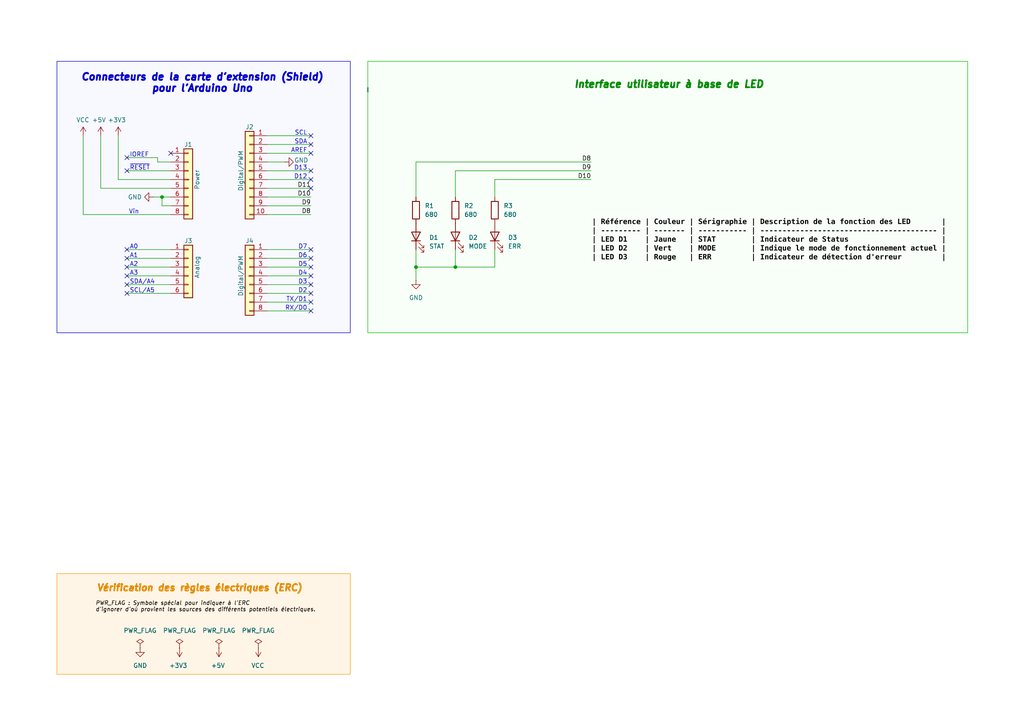
<source format=kicad_sch>
(kicad_sch (version 20250114) (generator "eeschema") (generator_version "9.0")
  (paper "A4")
  (title_block (title "KiCad Shield UNO 4 LED") (date "2024-09-01") (rev "1.0.0") (company "CNRS - Réseau des Electroniciens et Instrumentalistes (RdE)") (comment 1 "Arnauld BIGANZOLI <biganzoli@laplace.univ-tlse.fr>") (comment 2 "Opérateur CAO :") (comment 4 "Réalisation d'une shield 4 LED pour Arduino Uno"))
  (lib_symbols
    (symbol "Connector_Generic:Conn_01x06" (pin_names (offset 1.016) (hide yes))
      (property "Reference" "J" (at 0 7.62 0))
      (property "Value" "Conn_01x06" (at 0 -10.16 0))
      (symbol "Conn_01x06_1_1"
        (rectangle (start -1.27 6.35) (end 1.27 -8.89) (stroke (width 0.254)) (fill (type background)))
        (rectangle (start -1.27 5.207) (end 0 4.953) (stroke (width 0.1524)))
        (rectangle (start -1.27 2.667) (end 0 2.413) (stroke (width 0.1524)))
        (rectangle (start -1.27 0.127) (end 0 -0.127) (stroke (width 0.1524)))
        (rectangle (start -1.27 -2.413) (end 0 -2.667) (stroke (width 0.1524)))
        (rectangle (start -1.27 -4.953) (end 0 -5.207) (stroke (width 0.1524)))
        (rectangle (start -1.27 -7.493) (end 0 -7.747) (stroke (width 0.1524)))
        (pin passive line (at -5.08 5.08 0) (length 3.81) (name "Pin_1") (number "1"))
        (pin passive line (at -5.08 2.54 0) (length 3.81) (name "Pin_2") (number "2"))
        (pin passive line (at -5.08 0 0) (length 3.81) (name "Pin_3") (number "3"))
        (pin passive line (at -5.08 -2.54 0) (length 3.81) (name "Pin_4") (number "4"))
        (pin passive line (at -5.08 -5.08 0) (length 3.81) (name "Pin_5") (number "5"))
        (pin passive line (at -5.08 -7.62 0) (length 3.81) (name "Pin_6") (number "6"))
      )
    )
    (symbol "Connector_Generic:Conn_01x08" (pin_names (offset 1.016) (hide yes))
      (property "Reference" "J" (at 0 10.16 0))
      (property "Value" "Conn_01x08" (at 0 -12.7 0))
      (symbol "Conn_01x08_1_1"
        (rectangle (start -1.27 8.89) (end 1.27 -11.43) (stroke (width 0.254)) (fill (type background)))
        (rectangle (start -1.27 7.747) (end 0 7.493) (stroke (width 0.1524)))
        (rectangle (start -1.27 5.207) (end 0 4.953) (stroke (width 0.1524)))
        (rectangle (start -1.27 2.667) (end 0 2.413) (stroke (width 0.1524)))
        (rectangle (start -1.27 0.127) (end 0 -0.127) (stroke (width 0.1524)))
        (rectangle (start -1.27 -2.413) (end 0 -2.667) (stroke (width 0.1524)))
        (rectangle (start -1.27 -4.953) (end 0 -5.207) (stroke (width 0.1524)))
        (rectangle (start -1.27 -7.493) (end 0 -7.747) (stroke (width 0.1524)))
        (rectangle (start -1.27 -10.033) (end 0 -10.287) (stroke (width 0.1524)))
        (pin passive line (at -5.08 7.62 0) (length 3.81) (name "Pin_1") (number "1"))
        (pin passive line (at -5.08 5.08 0) (length 3.81) (name "Pin_2") (number "2"))
        (pin passive line (at -5.08 2.54 0) (length 3.81) (name "Pin_3") (number "3"))
        (pin passive line (at -5.08 0 0) (length 3.81) (name "Pin_4") (number "4"))
        (pin passive line (at -5.08 -2.54 0) (length 3.81) (name "Pin_5") (number "5"))
        (pin passive line (at -5.08 -5.08 0) (length 3.81) (name "Pin_6") (number "6"))
        (pin passive line (at -5.08 -7.62 0) (length 3.81) (name "Pin_7") (number "7"))
        (pin passive line (at -5.08 -10.16 0) (length 3.81) (name "Pin_8") (number "8"))
      )
    )
    (symbol "Connector_Generic:Conn_01x10" (pin_names (offset 1.016) (hide yes))
      (property "Reference" "J" (at 0 12.7 0))
      (property "Value" "Conn_01x10" (at 0 -15.24 0))
      (symbol "Conn_01x10_1_1"
        (rectangle (start -1.27 11.43) (end 1.27 -13.97) (stroke (width 0.254)) (fill (type background)))
        (rectangle (start -1.27 10.287) (end 0 10.033) (stroke (width 0.1524)))
        (rectangle (start -1.27 7.747) (end 0 7.493) (stroke (width 0.1524)))
        (rectangle (start -1.27 5.207) (end 0 4.953) (stroke (width 0.1524)))
        (rectangle (start -1.27 2.667) (end 0 2.413) (stroke (width 0.1524)))
        (rectangle (start -1.27 0.127) (end 0 -0.127) (stroke (width 0.1524)))
        (rectangle (start -1.27 -2.413) (end 0 -2.667) (stroke (width 0.1524)))
        (rectangle (start -1.27 -4.953) (end 0 -5.207) (stroke (width 0.1524)))
        (rectangle (start -1.27 -7.493) (end 0 -7.747) (stroke (width 0.1524)))
        (rectangle (start -1.27 -10.033) (end 0 -10.287) (stroke (width 0.1524)))
        (rectangle (start -1.27 -12.573) (end 0 -12.827) (stroke (width 0.1524)))
        (pin passive line (at -5.08 10.16 0) (length 3.81) (name "Pin_1") (number "1"))
        (pin passive line (at -5.08 7.62 0) (length 3.81) (name "Pin_2") (number "2"))
        (pin passive line (at -5.08 5.08 0) (length 3.81) (name "Pin_3") (number "3"))
        (pin passive line (at -5.08 2.54 0) (length 3.81) (name "Pin_4") (number "4"))
        (pin passive line (at -5.08 0 0) (length 3.81) (name "Pin_5") (number "5"))
        (pin passive line (at -5.08 -2.54 0) (length 3.81) (name "Pin_6") (number "6"))
        (pin passive line (at -5.08 -5.08 0) (length 3.81) (name "Pin_7") (number "7"))
        (pin passive line (at -5.08 -7.62 0) (length 3.81) (name "Pin_8") (number "8"))
        (pin passive line (at -5.08 -10.16 0) (length 3.81) (name "Pin_9") (number "9"))
        (pin passive line (at -5.08 -12.7 0) (length 3.81) (name "Pin_10") (number "10"))
      )
    )
    (symbol "Device:LED" (pin_numbers (hide yes)) (pin_names (offset 1.016) (hide yes))
      (property "Reference" "D" (at 0 2.54 0))
      (property "Value" "LED" (at 0 -2.54 0))
      (symbol "LED_0_1"
        (polyline (pts (xy -3.048 -0.762) (xy -4.572 -2.286) (xy -3.81 -2.286) (xy -4.572 -2.286) (xy -4.572 -1.524)))
        (polyline (pts (xy -1.778 -0.762) (xy -3.302 -2.286) (xy -2.54 -2.286) (xy -3.302 -2.286) (xy -3.302 -1.524)))
        (polyline (pts (xy -1.27 0) (xy 1.27 0)))
        (polyline (pts (xy -1.27 -1.27) (xy -1.27 1.27)) (stroke (width 0.254)))
        (polyline (pts (xy 1.27 -1.27) (xy 1.27 1.27) (xy -1.27 0) (xy 1.27 -1.27)) (stroke (width 0.254)))
      )
      (symbol "LED_1_1"
        (pin passive line (at -3.81 0 0) (length 2.54) (name "K") (number "1"))
        (pin passive line (at 3.81 0 180) (length 2.54) (name "A") (number "2"))
      )
    )
    (symbol "Device:R" (pin_numbers (hide yes)) (pin_names (offset 0))
      (property "Reference" "R" (at 2.032 0 90))
      (property "Value" "R" (at 0 0 90))
      (symbol "R_0_1"
        (rectangle (start -1.016 -2.54) (end 1.016 2.54) (stroke (width 0.254)))
      )
      (symbol "R_1_1"
        (pin passive line (at 0 3.81 270) (length 1.27) (name "~") (number "1"))
        (pin passive line (at 0 -3.81 90) (length 1.27) (name "~") (number "2"))
      )
    )
    (symbol "power:+3V3" (power) (pin_numbers (hide yes)) (pin_names (offset 0) (hide yes))
      (property "Value" "+3V3" (at 0 3.556 0))
      (symbol "+3V3_0_1"
        (polyline (pts (xy -0.762 1.27) (xy 0 2.54)))
        (polyline (pts (xy 0 2.54) (xy 0.762 1.27)))
        (polyline (pts (xy 0 0) (xy 0 2.54)))
      )
      (symbol "+3V3_1_1"
        (pin power_in line (at 0 0 90) (length 0) (name "~") (number "1"))
      )
    )
    (symbol "power:+5V" (power) (pin_numbers (hide yes)) (pin_names (offset 0) (hide yes))
      (property "Value" "+5V" (at 0 3.556 0))
      (symbol "+5V_0_1"
        (polyline (pts (xy -0.762 1.27) (xy 0 2.54)))
        (polyline (pts (xy 0 2.54) (xy 0.762 1.27)))
        (polyline (pts (xy 0 0) (xy 0 2.54)))
      )
      (symbol "+5V_1_1"
        (pin power_in line (at 0 0 90) (length 0) (name "~") (number "1"))
      )
    )
    (symbol "power:GND" (power) (pin_numbers (hide yes)) (pin_names (offset 0) (hide yes))
      (property "Value" "GND" (at 0 -3.81 0))
      (symbol "GND_0_1"
        (polyline (pts (xy 0 0) (xy 0 -1.27) (xy 1.27 -1.27) (xy 0 -2.54) (xy -1.27 -1.27) (xy 0 -1.27)))
      )
      (symbol "GND_1_1"
        (pin power_in line (at 0 0 270) (length 0) (name "~") (number "1"))
      )
    )
    (symbol "power:PWR_FLAG" (power) (pin_numbers (hide yes)) (pin_names (offset 0) (hide yes))
      (property "Value" "PWR_FLAG" (at 0 3.81 0))
      (symbol "PWR_FLAG_0_0"
        (pin power_out line (at 0 0 90) (length 0) (name "~") (number "1"))
      )
      (symbol "PWR_FLAG_0_1"
        (polyline (pts (xy 0 0) (xy 0 1.27) (xy -1.016 1.905) (xy 0 2.54) (xy 1.016 1.905) (xy 0 1.27)))
      )
    )
    (symbol "power:VCC" (power) (pin_numbers (hide yes)) (pin_names (offset 0) (hide yes))
      (property "Value" "VCC" (at 0 3.556 0))
      (symbol "VCC_0_1"
        (polyline (pts (xy -0.762 1.27) (xy 0 2.54)))
        (polyline (pts (xy 0 2.54) (xy 0.762 1.27)))
        (polyline (pts (xy 0 0) (xy 0 2.54)))
      )
      (symbol "VCC_1_1"
        (pin power_in line (at 0 0 90) (length 0) (name "~") (number "1"))
      )
    )
  )
  (rectangle (start 16.51 17.78) (end 101.6 96.52) (fill (type color) (color 0 0 255 0.03)))
  (rectangle (start 106.68 17.78) (end 280.67 96.52) (stroke (width 0) (color 0 194 0 1)) (fill (type color) (color 0 255 0 0.03)))
  (rectangle (start 16.51 166.37) (end 101.6 195.58) (stroke (width 0) (color 255 153 0 1)) (fill (type color) (color 255 153 0 0.1)))
  (text "AREF" (at 89.154 44.45 0) (effects (font (size 1.27 1.27)) (justify right bottom)))
  (text "SDA/A4" (at 37.592 82.55 0) (effects (font (size 1.27 1.27)) (justify left bottom)))
  (text "D12" (at 89.154 52.07 0) (effects (font (size 1.27 1.27)) (justify right bottom)))
  (text "D4" (at 89.154 80.01 0) (effects (font (size 1.27 1.27)) (justify right bottom)))
  (text "~" (at 81.534 53.594 0) (effects (font (size 1.27 1.27) (thickness 0.254) (bold yes))))
  (text "~{RESET}" (at 37.592 49.53 0) (effects (font (size 1.27 1.27)) (justify left bottom)))
  (text "RX/D0" (at 89.154 90.17 0) (effects (font (size 1.27 1.27)) (justify right bottom)))
  (text "TX/D1" (at 89.154 87.63 0) (effects (font (size 1.27 1.27)) (justify right bottom)))
  (text "D13" (at 89.154 49.53 0) (effects (font (size 1.27 1.27)) (justify right bottom)))
  (text "Vin" (at 37.338 62.23 0) (effects (font (size 1.27 1.27)) (justify left bottom)))
  (text "SDA" (at 89.154 41.91 0) (effects (font (size 1.27 1.27)) (justify right bottom)))
  (text "D6" (at 89.154 74.93 0) (effects (font (size 1.27 1.27)) (justify right bottom)))
  (text "D2" (at 89.154 85.09 0) (effects (font (size 1.27 1.27)) (justify right bottom)))
  (text "A3" (at 37.592 80.01 0) (effects (font (size 1.27 1.27)) (justify left bottom)))
  (text "A2" (at 37.592 77.47 0) (effects (font (size 1.27 1.27)) (justify left bottom)))
  (text "Vérification des règles électriques (ERC)" (at 57.912 170.688 0) (effects (font (size 1.905 1.905) (thickness 0.508) (bold yes) (italic yes))))
  (text "Interface utilisateur à base de LED" (at 194.056 24.638 0) (effects (font (size 2.032 2.032) (thickness 0.508) (bold yes) (italic yes))))
  (text "Connecteurs de la carte d'extension (Shield)\npour l'Arduino Uno" (at 58.674 24.13 0) (effects (font (size 2.032 2.032) (thickness 0.508) (bold yes) (italic yes))))
  (text "D3" (at 89.154 82.55 0) (effects (font (size 1.27 1.27)) (justify right bottom)))
  (text "D7" (at 89.154 72.39 0) (effects (font (size 1.27 1.27)) (justify right bottom)))
  (text "| Référence | Couleur | Sérigraphie | Description de la fonction des LED       |\n| --------- | ------- | ----------- | ---------------------------------------- |\n| LED D1    | Jaune   | STAT        | Indicateur de Status                     |\n| LED D2    | Vert    | MODE        | Indique le mode de fonctionnement actuel |\n| LED D3    | Rouge   | ERR         | Indicateur de détection d'erreur         |" (at 171.704 70.104 0) (effects (font (size 1.524 1.524) (thickness 0.3048) (bold yes)) (justify left)))
  (text "D5" (at 89.154 77.47 0) (effects (font (size 1.27 1.27)) (justify right bottom)))
  (text "A1" (at 37.592 74.93 0) (effects (font (size 1.27 1.27)) (justify left bottom)))
  (text "SCL/A5" (at 37.592 85.09 0) (effects (font (size 1.27 1.27)) (justify left bottom)))
  (text "SCL" (at 89.154 39.37 0) (effects (font (size 1.27 1.27)) (justify right bottom)))
  (text "IOREF" (at 37.592 45.72 0) (effects (font (size 1.27 1.27)) (justify left bottom)))
  (text "A0" (at 37.592 72.39 0) (effects (font (size 1.27 1.27)) (justify left bottom)))
  (text "PWR_FLAG : Symbole spécial pour indiquer à l'ERC\nd'ignorer d'où provient les sources des différents potentiels électriques." (at 27.686 176.022 0) (effects (font (size 1.143 1.143) (italic yes)) (justify left)))
  (junction (at 46.99 57.15))
  (junction (at 120.65 77.47))
  (junction (at 132.08 77.47))
  (no_connect (at 90.17 77.47))
  (no_connect (at 90.17 39.37))
  (no_connect (at 90.17 72.39))
  (no_connect (at 36.83 49.53))
  (no_connect (at 36.83 72.39))
  (no_connect (at 36.83 74.93))
  (no_connect (at 90.17 90.17))
  (no_connect (at 90.17 85.09))
  (no_connect (at 90.17 52.07))
  (no_connect (at 90.17 87.63))
  (no_connect (at 90.17 44.45))
  (no_connect (at 90.17 49.53))
  (no_connect (at 90.17 54.61))
  (no_connect (at 90.17 82.55))
  (no_connect (at 90.17 41.91))
  (no_connect (at 90.17 80.01))
  (no_connect (at 36.83 45.72))
  (no_connect (at 36.83 85.09))
  (no_connect (at 36.83 82.55))
  (no_connect (at 49.53 44.45))
  (no_connect (at 90.17 74.93))
  (no_connect (at 36.83 77.47))
  (no_connect (at 36.83 80.01))
  (wire (pts (xy 77.47 90.17) (xy 90.17 90.17)))
  (wire (pts (xy 132.08 77.47) (xy 120.65 77.47)))
  (wire (pts (xy 77.47 57.15) (xy 90.17 57.15)))
  (wire (pts (xy 77.47 39.37) (xy 90.17 39.37)))
  (wire (pts (xy 132.08 72.39) (xy 132.08 77.47)))
  (bus (pts (xy 106.68 25.4) (xy 106.68 26.67)))
  (wire (pts (xy 46.99 57.15) (xy 46.99 59.69)))
  (wire (pts (xy 36.83 85.09) (xy 49.53 85.09)))
  (wire (pts (xy 143.51 77.47) (xy 132.08 77.47)))
  (wire (pts (xy 171.45 52.07) (xy 143.51 52.07)))
  (wire (pts (xy 34.29 52.07) (xy 49.53 52.07)))
  (wire (pts (xy 29.21 54.61) (xy 49.53 54.61)))
  (wire (pts (xy 29.21 39.37) (xy 29.21 54.61)))
  (wire (pts (xy 171.45 49.53) (xy 132.08 49.53)))
  (wire (pts (xy 44.45 57.15) (xy 46.99 57.15)))
  (wire (pts (xy 77.47 49.53) (xy 90.17 49.53)))
  (wire (pts (xy 34.29 39.37) (xy 34.29 52.07)))
  (wire (pts (xy 77.47 72.39) (xy 90.17 72.39)))
  (wire (pts (xy 49.53 72.39) (xy 36.83 72.39)))
  (wire (pts (xy 77.47 52.07) (xy 90.17 52.07)))
  (wire (pts (xy 77.47 74.93) (xy 90.17 74.93)))
  (wire (pts (xy 45.72 46.99) (xy 49.53 46.99)))
  (wire (pts (xy 77.47 59.69) (xy 90.17 59.69)))
  (wire (pts (xy 77.47 80.01) (xy 90.17 80.01)))
  (wire (pts (xy 36.83 45.72) (xy 45.72 45.72)))
  (wire (pts (xy 77.47 44.45) (xy 90.17 44.45)))
  (wire (pts (xy 49.53 77.47) (xy 36.83 77.47)))
  (wire (pts (xy 36.83 49.53) (xy 49.53 49.53)))
  (wire (pts (xy 49.53 59.69) (xy 46.99 59.69)))
  (wire (pts (xy 45.72 45.72) (xy 45.72 46.99)))
  (wire (pts (xy 120.65 46.99) (xy 120.65 57.15)))
  (wire (pts (xy 143.51 52.07) (xy 143.51 57.15)))
  (wire (pts (xy 49.53 62.23) (xy 24.13 62.23)))
  (wire (pts (xy 36.83 74.93) (xy 49.53 74.93)))
  (wire (pts (xy 120.65 77.47) (xy 120.65 72.39)))
  (wire (pts (xy 120.65 77.47) (xy 120.65 81.28)))
  (wire (pts (xy 77.47 46.99) (xy 82.55 46.99)))
  (wire (pts (xy 49.53 57.15) (xy 46.99 57.15)))
  (wire (pts (xy 77.47 54.61) (xy 90.17 54.61)))
  (wire (pts (xy 171.45 46.99) (xy 120.65 46.99)))
  (wire (pts (xy 77.47 77.47) (xy 90.17 77.47)))
  (wire (pts (xy 143.51 72.39) (xy 143.51 77.47)))
  (wire (pts (xy 36.83 80.01) (xy 49.53 80.01)))
  (wire (pts (xy 77.47 41.91) (xy 90.17 41.91)))
  (wire (pts (xy 77.47 85.09) (xy 90.17 85.09)))
  (wire (pts (xy 77.47 82.55) (xy 90.17 82.55)))
  (wire (pts (xy 132.08 49.53) (xy 132.08 57.15)))
  (wire (pts (xy 77.47 87.63) (xy 90.17 87.63)))
  (wire (pts (xy 24.13 62.23) (xy 24.13 39.37)))
  (wire (pts (xy 49.53 82.55) (xy 36.83 82.55)))
  (wire (pts (xy 77.47 62.23) (xy 90.17 62.23)))
  (label "D10" (at 90.17 57.15 180))
  (label "D8" (at 90.17 62.23 180))
  (label "D11" (at 90.17 54.61 180))
  (label "D10" (at 171.45 52.07 180))
  (label "D8" (at 171.45 46.99 180))
  (label "D9" (at 90.17 59.69 180))
  (label "D9" (at 171.45 49.53 180))
  (symbol (lib_id "Connector_Generic:Conn_01x08") (at 54.61 52.07 0) (unit 1) (exclude_from_sim yes)
    (property "Reference" "J1" (at 54.61 41.91 0))
    (property "Value" "Power" (at 57.15 52.07 90))
    (property "Footprint" "Connector_PinSocket_2.54mm:PinSocket_1x08_P2.54mm_Vertical" (effects (hide yes)))
    (property "Datasheet" "~" (at 54.61 52.07 0))
    (property "Description" "Generic connector, single row, 01x08, script generated (kicad-library-utils/schlib/autogen/connector/)" (effects (hide yes)))
  )
  (symbol (lib_id "power:+3V3") (at 34.29 39.37 0) (unit 1)
    (property "Reference" "#PWR03" (effects (hide yes)))
    (property "Value" "+3V3" (at 31.242 34.798 0) (effects (justify left)))
    (property "Description" "Power symbol creates a global label with name \"+3V3\"" (effects (hide yes)))
  )
  (symbol (lib_id "power:+5V") (at 29.21 39.37 0) (unit 1)
    (property "Reference" "#PWR02" (effects (hide yes)))
    (property "Value" "+5V" (at 26.67 34.798 0) (effects (justify left)))
    (property "Description" "Power symbol creates a global label with name \"+5V\"" (effects (hide yes)))
  )
  (symbol (lib_id "power:GND") (at 44.45 57.15 270) (unit 1)
    (property "Reference" "#PWR04" (effects (hide yes)))
    (property "Value" "GND" (at 39.116 57.15 90))
    (property "Description" "Power symbol creates a global label with name \"GND\" , ground" (effects (hide yes)))
  )
  (symbol (lib_id "Connector_Generic:Conn_01x10") (at 72.39 49.53 0) (mirror y) (unit 1) (exclude_from_sim yes)
    (property "Reference" "J2" (at 72.39 36.83 0))
    (property "Value" "Digital/PWM" (at 69.85 49.53 90))
    (property "Footprint" "Connector_PinSocket_2.54mm:PinSocket_1x10_P2.54mm_Vertical" (effects (hide yes)))
    (property "Datasheet" "~" (at 72.39 49.53 0))
    (property "Description" "Generic connector, single row, 01x10, script generated (kicad-library-utils/schlib/autogen/connector/)" (effects (hide yes)))
  )
  (symbol (lib_id "power:GND") (at 82.55 46.99 90) (unit 1)
    (property "Reference" "#PWR05" (effects (hide yes)))
    (property "Value" "GND" (at 87.376 46.482 90))
    (property "Description" "Power symbol creates a global label with name \"GND\" , ground" (effects (hide yes)))
  )
  (symbol (lib_id "Connector_Generic:Conn_01x06") (at 54.61 77.47 0) (unit 1) (exclude_from_sim yes)
    (property "Reference" "J3" (at 54.61 69.85 0))
    (property "Value" "Analog" (at 57.15 77.47 90))
    (property "Footprint" "Connector_PinSocket_2.54mm:PinSocket_1x06_P2.54mm_Vertical" (effects (hide yes)))
    (property "Description" "Generic connector, single row, 01x06, script generated (kicad-library-utils/schlib/autogen/connector/)" (effects (hide yes)))
  )
  (symbol (lib_id "Connector_Generic:Conn_01x08") (at 72.39 80.01 0) (mirror y) (unit 1) (exclude_from_sim yes)
    (property "Reference" "J4" (at 72.39 69.85 0))
    (property "Value" "Digital/PWM" (at 69.85 80.01 90))
    (property "Footprint" "Connector_PinSocket_2.54mm:PinSocket_1x08_P2.54mm_Vertical" (effects (hide yes)))
    (property "Datasheet" "~" (at 72.39 80.01 0))
    (property "Description" "Generic connector, single row, 01x08, script generated (kicad-library-utils/schlib/autogen/connector/)" (effects (hide yes)))
  )
  (symbol (lib_id "power:PWR_FLAG") (at 63.5 187.96 0) (unit 1)
    (property "Reference" "#FLG03" (effects (hide yes)))
    (property "Value" "PWR_FLAG" (at 63.5 182.88 0))
    (property "Description" "Special symbol for telling ERC where power comes from" (effects (hide yes)))
  )
  (symbol (lib_id "power:+5V") (at 63.5 187.96 180) (unit 1)
    (property "Reference" "#PWR08" (effects (hide yes)))
    (property "Value" "+5V" (at 65.278 193.04 0) (effects (justify left)))
    (property "Description" "Power symbol creates a global label with name \"+5V\"" (effects (hide yes)))
  )
  (symbol (lib_id "Device:R") (at 132.08 60.96 0) (unit 1)
    (property "Reference" "R2" (at 134.62 59.6899 0) (effects (justify left)))
    (property "Value" "680" (at 134.62 62.2299 0) (effects (justify left)))
    (property "Footprint" "Resistor_THT:R_Axial_DIN0207_L6.3mm_D2.5mm_P10.16mm_Horizontal" (effects (hide yes)))
    (property "Description" "Resistor" (effects (hide yes)))
  )
  (symbol (lib_id "Device:R") (at 143.51 60.96 0) (unit 1)
    (property "Reference" "R3" (at 146.05 59.6899 0) (effects (justify left)))
    (property "Value" "680" (at 146.05 62.2299 0) (effects (justify left)))
    (property "Footprint" "Resistor_THT:R_Axial_DIN0207_L6.3mm_D2.5mm_P10.16mm_Horizontal" (effects (hide yes)))
    (property "Description" "Resistor" (effects (hide yes)))
  )
  (symbol (lib_id "power:VCC") (at 24.13 39.37 0) (unit 1)
    (property "Reference" "#PWR01" (effects (hide yes)))
    (property "Value" "VCC" (at 22.098 34.798 0) (effects (justify left)))
    (property "Description" "Power symbol creates a global label with name \"VCC\"" (effects (hide yes)))
  )
  (symbol (lib_id "Device:LED") (at 143.51 68.58 90) (unit 1)
    (property "Reference" "D3" (at 147.32 68.8974 90) (effects (justify right)))
    (property "Value" "ERR" (at 147.32 71.4374 90) (effects (justify right)))
    (property "Footprint" "LED_THT:LED_D5.0mm_Horizontal_O6.35mm_Z3.0mm" (effects (hide yes)))
    (property "Description" "Light emitting diode" (effects (hide yes)))
    (property "Sim.Pins" "1=K 2=A" (effects (hide yes)))
  )
  (symbol (lib_id "power:VCC") (at 74.93 187.96 180) (unit 1)
    (property "Reference" "#PWR09" (effects (hide yes)))
    (property "Value" "VCC" (at 76.708 193.04 0) (effects (justify left)))
    (property "Description" "Power symbol creates a global label with name \"VCC\"" (effects (hide yes)))
  )
  (symbol (lib_id "Device:LED") (at 132.08 68.58 90) (unit 1)
    (property "Reference" "D2" (at 135.89 68.8974 90) (effects (justify right)))
    (property "Value" "MODE" (at 135.89 71.4374 90) (effects (justify right)))
    (property "Footprint" "LED_THT:LED_D5.0mm_Horizontal_O6.35mm_Z3.0mm" (effects (hide yes)))
    (property "Description" "Light emitting diode" (effects (hide yes)))
    (property "Sim.Pins" "1=K 2=A" (effects (hide yes)))
  )
  (symbol (lib_id "power:+3V3") (at 52.07 187.96 180) (unit 1)
    (property "Reference" "#PWR07" (effects (hide yes)))
    (property "Value" "+3V3" (at 54.356 193.04 0) (effects (justify left)))
    (property "Description" "Power symbol creates a global label with name \"+3V3\"" (effects (hide yes)))
  )
  (symbol (lib_id "power:GND") (at 120.65 81.28 0) (unit 1)
    (property "Reference" "#PWR010" (effects (hide yes)))
    (property "Value" "GND" (at 120.65 86.36 0))
    (property "Description" "Power symbol creates a global label with name \"GND\" , ground" (effects (hide yes)))
  )
  (symbol (lib_id "power:PWR_FLAG") (at 52.07 187.96 0) (unit 1)
    (property "Reference" "#FLG02" (effects (hide yes)))
    (property "Value" "PWR_FLAG" (at 52.07 182.88 0))
    (property "Description" "Special symbol for telling ERC where power comes from" (effects (hide yes)))
  )
  (symbol (lib_id "power:PWR_FLAG") (at 74.93 187.96 0) (unit 1)
    (property "Reference" "#FLG04" (effects (hide yes)))
    (property "Value" "PWR_FLAG" (at 74.93 182.88 0))
    (property "Description" "Special symbol for telling ERC where power comes from" (effects (hide yes)))
  )
  (symbol (lib_id "power:PWR_FLAG") (at 40.64 187.96 0) (unit 1)
    (property "Reference" "#FLG01" (effects (hide yes)))
    (property "Value" "PWR_FLAG" (at 40.64 182.88 0))
    (property "Description" "Special symbol for telling ERC where power comes from" (effects (hide yes)))
  )
  (symbol (lib_id "power:GND") (at 40.64 187.96 0) (unit 1)
    (property "Reference" "#PWR06" (effects (hide yes)))
    (property "Value" "GND" (at 40.64 193.04 0))
    (property "Description" "Power symbol creates a global label with name \"GND\" , ground" (effects (hide yes)))
  )
  (symbol (lib_id "Device:R") (at 120.65 60.96 0) (unit 1)
    (property "Reference" "R1" (at 123.19 59.6899 0) (effects (justify left)))
    (property "Value" "680" (at 123.19 62.2299 0) (effects (justify left)))
    (property "Footprint" "Resistor_THT:R_Axial_DIN0207_L6.3mm_D2.5mm_P10.16mm_Horizontal" (effects (hide yes)))
    (property "Description" "Resistor" (effects (hide yes)))
  )
  (symbol (lib_id "Device:LED") (at 120.65 68.58 90) (unit 1)
    (property "Reference" "D1" (at 124.46 68.8974 90) (effects (justify right)))
    (property "Value" "STAT" (at 124.46 71.4374 90) (effects (justify right)))
    (property "Footprint" "LED_THT:LED_D5.0mm_Horizontal_O6.35mm_Z3.0mm" (effects (hide yes)))
    (property "Description" "Light emitting diode" (effects (hide yes)))
    (property "Sim.Pins" "1=K 2=A" (effects (hide yes)))
  )
)
</source>
